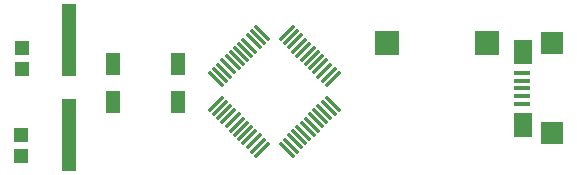
<source format=gtp>
G04*
G04 #@! TF.GenerationSoftware,Altium Limited,Altium Designer,22.10.1 (41)*
G04*
G04 Layer_Color=8421504*
%FSLAX25Y25*%
%MOIN*%
G70*
G04*
G04 #@! TF.SameCoordinates,E3A0FBDB-8A8B-4B96-B359-3B6F4FC795B9*
G04*
G04*
G04 #@! TF.FilePolarity,Positive*
G04*
G01*
G75*
%ADD21R,0.04724X0.04724*%
%ADD22R,0.07480X0.07480*%
%ADD23R,0.06299X0.08268*%
%ADD24R,0.05315X0.01575*%
%ADD25R,0.07874X0.07874*%
%ADD26R,0.08465X0.08465*%
G04:AMPARAMS|DCode=27|XSize=66.93mil|YSize=11.81mil|CornerRadius=0mil|HoleSize=0mil|Usage=FLASHONLY|Rotation=45.000|XOffset=0mil|YOffset=0mil|HoleType=Round|Shape=Rectangle|*
%AMROTATEDRECTD27*
4,1,4,-0.01949,-0.02784,-0.02784,-0.01949,0.01949,0.02784,0.02784,0.01949,-0.01949,-0.02784,0.0*
%
%ADD27ROTATEDRECTD27*%

G04:AMPARAMS|DCode=28|XSize=66.93mil|YSize=11.81mil|CornerRadius=0mil|HoleSize=0mil|Usage=FLASHONLY|Rotation=135.000|XOffset=0mil|YOffset=0mil|HoleType=Round|Shape=Rectangle|*
%AMROTATEDRECTD28*
4,1,4,0.02784,-0.01949,0.01949,-0.02784,-0.02784,0.01949,-0.01949,0.02784,0.02784,-0.01949,0.0*
%
%ADD28ROTATEDRECTD28*%

%ADD29R,0.05118X0.07480*%
%ADD30R,0.04724X0.24000*%
D21*
X22000Y22500D02*
D03*
Y29500D02*
D03*
X22500Y58500D02*
D03*
Y51500D02*
D03*
D22*
X199020Y59961D02*
D03*
Y30039D02*
D03*
D23*
X189472Y57205D02*
D03*
Y32795D02*
D03*
D24*
X188980Y50118D02*
D03*
Y47559D02*
D03*
Y45000D02*
D03*
Y42441D02*
D03*
Y39882D02*
D03*
D25*
X177500Y60000D02*
D03*
D26*
X144035D02*
D03*
D27*
X87046Y39858D02*
D03*
X88438Y38466D02*
D03*
X89830Y37074D02*
D03*
X91222Y35682D02*
D03*
X92614Y34290D02*
D03*
X94006Y32898D02*
D03*
X95398Y31506D02*
D03*
X96790Y30114D02*
D03*
X98182Y28722D02*
D03*
X99574Y27330D02*
D03*
X100966Y25938D02*
D03*
X102358Y24546D02*
D03*
X125954Y48142D02*
D03*
X124562Y49534D02*
D03*
X123170Y50926D02*
D03*
X121778Y52318D02*
D03*
X120386Y53710D02*
D03*
X118994Y55102D02*
D03*
X117602Y56494D02*
D03*
X116210Y57886D02*
D03*
X114818Y59278D02*
D03*
X113426Y60670D02*
D03*
X112034Y62062D02*
D03*
X110642Y63454D02*
D03*
D28*
Y24546D02*
D03*
X112034Y25938D02*
D03*
X113426Y27330D02*
D03*
X114818Y28722D02*
D03*
X116210Y30114D02*
D03*
X117602Y31506D02*
D03*
X118994Y32898D02*
D03*
X120386Y34290D02*
D03*
X121778Y35682D02*
D03*
X123170Y37074D02*
D03*
X124562Y38466D02*
D03*
X125954Y39858D02*
D03*
X102358Y63454D02*
D03*
X100966Y62062D02*
D03*
X99574Y60670D02*
D03*
X98182Y59278D02*
D03*
X96790Y57886D02*
D03*
X95398Y56494D02*
D03*
X94006Y55102D02*
D03*
X92614Y53710D02*
D03*
X91222Y52318D02*
D03*
X89830Y50926D02*
D03*
X88438Y49534D02*
D03*
X87046Y48142D02*
D03*
D29*
X52846Y53098D02*
D03*
X74500D02*
D03*
X52846Y40500D02*
D03*
X74500D02*
D03*
D30*
X38000Y61000D02*
D03*
Y29504D02*
D03*
M02*

</source>
